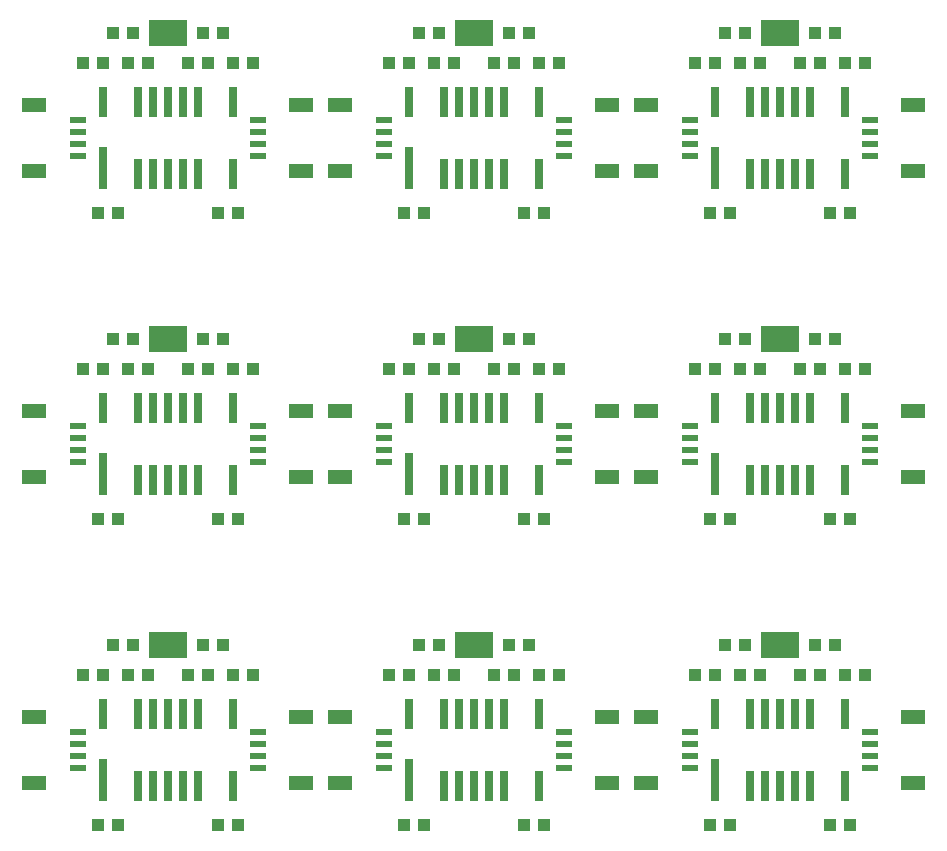
<source format=gtp>
G75*
%MOIN*%
%OFA0B0*%
%FSLAX25Y25*%
%IPPOS*%
%LPD*%
%AMOC8*
5,1,8,0,0,1.08239X$1,22.5*
%
%ADD10R,0.04331X0.03937*%
%ADD11R,0.13000X0.08800*%
%ADD12R,0.07874X0.04724*%
%ADD13R,0.05315X0.02362*%
%ADD14R,0.02756X0.10236*%
%ADD15R,0.03150X0.14173*%
%ADD16R,0.03150X0.10236*%
D10*
X0048654Y0061500D03*
X0055346Y0061500D03*
X0088654Y0061500D03*
X0095346Y0061500D03*
X0093654Y0111500D03*
X0100346Y0111500D03*
X0090346Y0121500D03*
X0083654Y0121500D03*
X0085346Y0111500D03*
X0078654Y0111500D03*
X0065346Y0111500D03*
X0058654Y0111500D03*
X0050346Y0111500D03*
X0043654Y0111500D03*
X0053654Y0121500D03*
X0060346Y0121500D03*
X0055346Y0163500D03*
X0048654Y0163500D03*
X0088654Y0163500D03*
X0095346Y0163500D03*
X0150654Y0163500D03*
X0157346Y0163500D03*
X0190654Y0163500D03*
X0197346Y0163500D03*
X0192346Y0121500D03*
X0185654Y0121500D03*
X0187346Y0111500D03*
X0180654Y0111500D03*
X0167346Y0111500D03*
X0160654Y0111500D03*
X0152346Y0111500D03*
X0145654Y0111500D03*
X0155654Y0121500D03*
X0162346Y0121500D03*
X0195654Y0111500D03*
X0202346Y0111500D03*
X0247654Y0111500D03*
X0254346Y0111500D03*
X0262654Y0111500D03*
X0269346Y0111500D03*
X0264346Y0121500D03*
X0257654Y0121500D03*
X0282654Y0111500D03*
X0289346Y0111500D03*
X0297654Y0111500D03*
X0304346Y0111500D03*
X0294346Y0121500D03*
X0287654Y0121500D03*
X0292654Y0163500D03*
X0299346Y0163500D03*
X0259346Y0163500D03*
X0252654Y0163500D03*
X0254346Y0213500D03*
X0247654Y0213500D03*
X0257654Y0223500D03*
X0264346Y0223500D03*
X0262654Y0213500D03*
X0269346Y0213500D03*
X0282654Y0213500D03*
X0289346Y0213500D03*
X0297654Y0213500D03*
X0304346Y0213500D03*
X0294346Y0223500D03*
X0287654Y0223500D03*
X0292654Y0265500D03*
X0299346Y0265500D03*
X0259346Y0265500D03*
X0252654Y0265500D03*
X0254346Y0315500D03*
X0247654Y0315500D03*
X0257654Y0325500D03*
X0264346Y0325500D03*
X0262654Y0315500D03*
X0269346Y0315500D03*
X0282654Y0315500D03*
X0289346Y0315500D03*
X0297654Y0315500D03*
X0304346Y0315500D03*
X0294346Y0325500D03*
X0287654Y0325500D03*
X0202346Y0315500D03*
X0195654Y0315500D03*
X0187346Y0315500D03*
X0180654Y0315500D03*
X0185654Y0325500D03*
X0192346Y0325500D03*
X0167346Y0315500D03*
X0160654Y0315500D03*
X0152346Y0315500D03*
X0145654Y0315500D03*
X0155654Y0325500D03*
X0162346Y0325500D03*
X0100346Y0315500D03*
X0093654Y0315500D03*
X0085346Y0315500D03*
X0078654Y0315500D03*
X0083654Y0325500D03*
X0090346Y0325500D03*
X0065346Y0315500D03*
X0058654Y0315500D03*
X0050346Y0315500D03*
X0043654Y0315500D03*
X0053654Y0325500D03*
X0060346Y0325500D03*
X0055346Y0265500D03*
X0048654Y0265500D03*
X0088654Y0265500D03*
X0095346Y0265500D03*
X0090346Y0223500D03*
X0083654Y0223500D03*
X0085346Y0213500D03*
X0078654Y0213500D03*
X0093654Y0213500D03*
X0100346Y0213500D03*
X0065346Y0213500D03*
X0058654Y0213500D03*
X0050346Y0213500D03*
X0043654Y0213500D03*
X0053654Y0223500D03*
X0060346Y0223500D03*
X0145654Y0213500D03*
X0152346Y0213500D03*
X0160654Y0213500D03*
X0167346Y0213500D03*
X0162346Y0223500D03*
X0155654Y0223500D03*
X0180654Y0213500D03*
X0187346Y0213500D03*
X0195654Y0213500D03*
X0202346Y0213500D03*
X0192346Y0223500D03*
X0185654Y0223500D03*
X0190654Y0265500D03*
X0197346Y0265500D03*
X0157346Y0265500D03*
X0150654Y0265500D03*
X0150654Y0061500D03*
X0157346Y0061500D03*
X0190654Y0061500D03*
X0197346Y0061500D03*
X0252654Y0061500D03*
X0259346Y0061500D03*
X0292654Y0061500D03*
X0299346Y0061500D03*
D11*
X0276000Y0121500D03*
X0174000Y0121500D03*
X0072000Y0121500D03*
X0072000Y0223500D03*
X0174000Y0223500D03*
X0276000Y0223500D03*
X0276000Y0325500D03*
X0174000Y0325500D03*
X0072000Y0325500D03*
D12*
X0027531Y0301524D03*
X0027531Y0279476D03*
X0027531Y0199524D03*
X0027531Y0177476D03*
X0027531Y0097524D03*
X0027531Y0075476D03*
X0116469Y0075476D03*
X0129531Y0075476D03*
X0129531Y0097524D03*
X0116469Y0097524D03*
X0116469Y0177476D03*
X0129531Y0177476D03*
X0129531Y0199524D03*
X0116469Y0199524D03*
X0116469Y0279476D03*
X0129531Y0279476D03*
X0129531Y0301524D03*
X0116469Y0301524D03*
X0218469Y0301524D03*
X0231531Y0301524D03*
X0231531Y0279476D03*
X0218469Y0279476D03*
X0218469Y0199524D03*
X0231531Y0199524D03*
X0231531Y0177476D03*
X0218469Y0177476D03*
X0218469Y0097524D03*
X0231531Y0097524D03*
X0231531Y0075476D03*
X0218469Y0075476D03*
X0320469Y0075476D03*
X0320469Y0097524D03*
X0320469Y0177476D03*
X0320469Y0199524D03*
X0320469Y0279476D03*
X0320469Y0301524D03*
D13*
X0306000Y0296406D03*
X0306000Y0292469D03*
X0306000Y0288531D03*
X0306000Y0284594D03*
X0246000Y0284594D03*
X0246000Y0288531D03*
X0246000Y0292469D03*
X0246000Y0296406D03*
X0204000Y0296406D03*
X0204000Y0292469D03*
X0204000Y0288531D03*
X0204000Y0284594D03*
X0144000Y0284594D03*
X0144000Y0288531D03*
X0144000Y0292469D03*
X0144000Y0296406D03*
X0102000Y0296406D03*
X0102000Y0292469D03*
X0102000Y0288531D03*
X0102000Y0284594D03*
X0042000Y0284594D03*
X0042000Y0288531D03*
X0042000Y0292469D03*
X0042000Y0296406D03*
X0042000Y0194406D03*
X0042000Y0190469D03*
X0042000Y0186531D03*
X0042000Y0182594D03*
X0102000Y0182594D03*
X0102000Y0186531D03*
X0102000Y0190469D03*
X0102000Y0194406D03*
X0144000Y0194406D03*
X0144000Y0190469D03*
X0144000Y0186531D03*
X0144000Y0182594D03*
X0204000Y0182594D03*
X0204000Y0186531D03*
X0204000Y0190469D03*
X0204000Y0194406D03*
X0246000Y0194406D03*
X0246000Y0190469D03*
X0246000Y0186531D03*
X0246000Y0182594D03*
X0306000Y0182594D03*
X0306000Y0186531D03*
X0306000Y0190469D03*
X0306000Y0194406D03*
X0306000Y0092406D03*
X0306000Y0088469D03*
X0306000Y0084531D03*
X0306000Y0080594D03*
X0246000Y0080594D03*
X0246000Y0084531D03*
X0246000Y0088469D03*
X0246000Y0092406D03*
X0204000Y0092406D03*
X0204000Y0088469D03*
X0204000Y0084531D03*
X0204000Y0080594D03*
X0144000Y0080594D03*
X0144000Y0084531D03*
X0144000Y0088469D03*
X0144000Y0092406D03*
X0102000Y0092406D03*
X0102000Y0088469D03*
X0102000Y0084531D03*
X0102000Y0080594D03*
X0042000Y0080594D03*
X0042000Y0084531D03*
X0042000Y0088469D03*
X0042000Y0092406D03*
D14*
X0062000Y0098508D03*
X0067000Y0098508D03*
X0072000Y0098508D03*
X0077000Y0098508D03*
X0082000Y0098508D03*
X0082000Y0074492D03*
X0077000Y0074492D03*
X0072000Y0074492D03*
X0067000Y0074492D03*
X0062000Y0074492D03*
X0164000Y0074492D03*
X0169000Y0074492D03*
X0174000Y0074492D03*
X0179000Y0074492D03*
X0184000Y0074492D03*
X0184000Y0098508D03*
X0179000Y0098508D03*
X0174000Y0098508D03*
X0169000Y0098508D03*
X0164000Y0098508D03*
X0164000Y0176492D03*
X0169000Y0176492D03*
X0174000Y0176492D03*
X0179000Y0176492D03*
X0184000Y0176492D03*
X0184000Y0200508D03*
X0179000Y0200508D03*
X0174000Y0200508D03*
X0169000Y0200508D03*
X0164000Y0200508D03*
X0082000Y0200508D03*
X0077000Y0200508D03*
X0072000Y0200508D03*
X0067000Y0200508D03*
X0062000Y0200508D03*
X0062000Y0176492D03*
X0067000Y0176492D03*
X0072000Y0176492D03*
X0077000Y0176492D03*
X0082000Y0176492D03*
X0082000Y0278492D03*
X0077000Y0278492D03*
X0072000Y0278492D03*
X0067000Y0278492D03*
X0062000Y0278492D03*
X0062000Y0302508D03*
X0067000Y0302508D03*
X0072000Y0302508D03*
X0077000Y0302508D03*
X0082000Y0302508D03*
X0164000Y0302508D03*
X0169000Y0302508D03*
X0174000Y0302508D03*
X0179000Y0302508D03*
X0184000Y0302508D03*
X0184000Y0278492D03*
X0179000Y0278492D03*
X0174000Y0278492D03*
X0169000Y0278492D03*
X0164000Y0278492D03*
X0266000Y0278492D03*
X0271000Y0278492D03*
X0276000Y0278492D03*
X0281000Y0278492D03*
X0286000Y0278492D03*
X0286000Y0302508D03*
X0281000Y0302508D03*
X0276000Y0302508D03*
X0271000Y0302508D03*
X0266000Y0302508D03*
X0266000Y0200508D03*
X0271000Y0200508D03*
X0276000Y0200508D03*
X0281000Y0200508D03*
X0286000Y0200508D03*
X0286000Y0176492D03*
X0281000Y0176492D03*
X0276000Y0176492D03*
X0271000Y0176492D03*
X0266000Y0176492D03*
X0266000Y0098508D03*
X0271000Y0098508D03*
X0276000Y0098508D03*
X0281000Y0098508D03*
X0286000Y0098508D03*
X0286000Y0074492D03*
X0281000Y0074492D03*
X0276000Y0074492D03*
X0271000Y0074492D03*
X0266000Y0074492D03*
D15*
X0254346Y0076461D03*
X0152346Y0076461D03*
X0050346Y0076461D03*
X0050346Y0178461D03*
X0152346Y0178461D03*
X0254346Y0178461D03*
X0254346Y0280461D03*
X0152346Y0280461D03*
X0050346Y0280461D03*
D16*
X0050346Y0302508D03*
X0093654Y0302508D03*
X0093654Y0278492D03*
X0152346Y0302508D03*
X0195654Y0302508D03*
X0195654Y0278492D03*
X0254346Y0302508D03*
X0297654Y0302508D03*
X0297654Y0278492D03*
X0297654Y0200508D03*
X0297654Y0176492D03*
X0254346Y0200508D03*
X0195654Y0200508D03*
X0195654Y0176492D03*
X0152346Y0200508D03*
X0093654Y0200508D03*
X0093654Y0176492D03*
X0050346Y0200508D03*
X0050346Y0098508D03*
X0093654Y0098508D03*
X0093654Y0074492D03*
X0152346Y0098508D03*
X0195654Y0098508D03*
X0195654Y0074492D03*
X0254346Y0098508D03*
X0297654Y0098508D03*
X0297654Y0074492D03*
M02*

</source>
